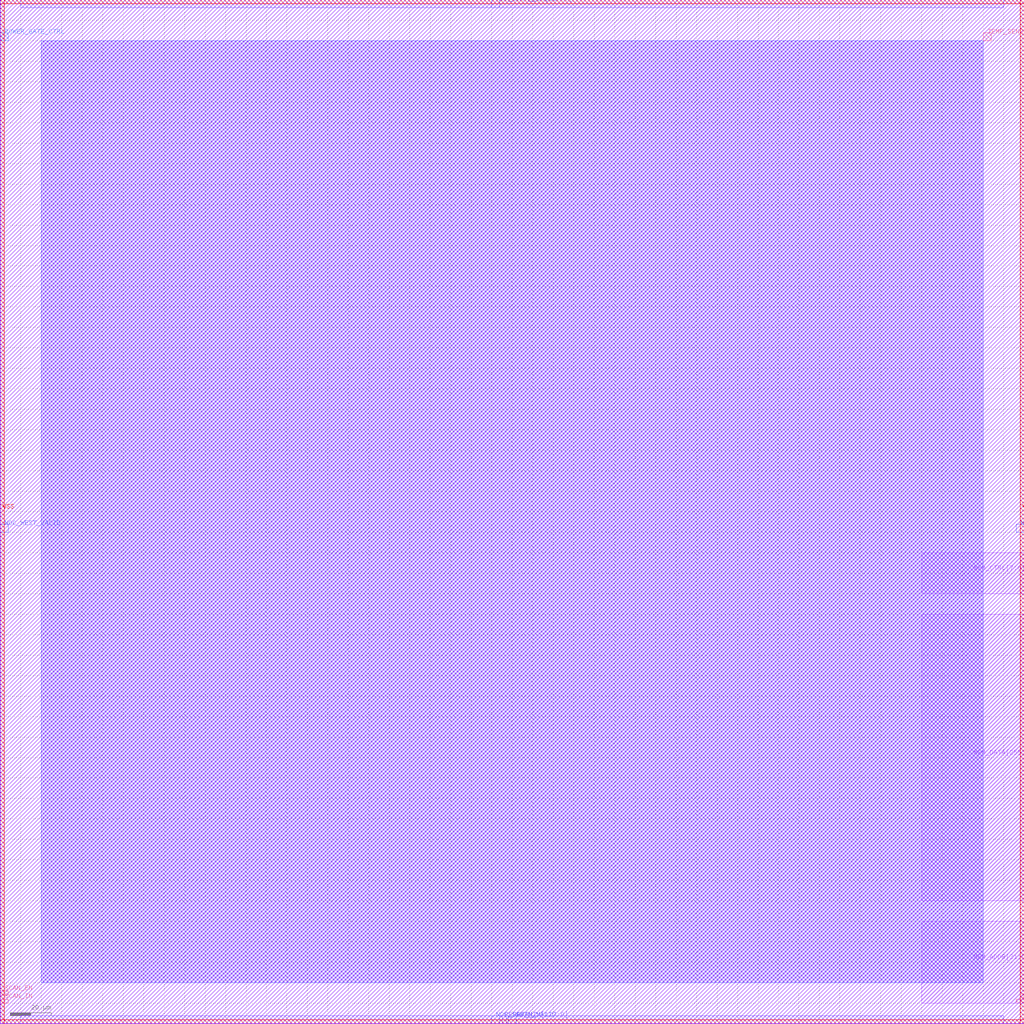
<source format=lef>
#
# NeuraEdge NPU - Final LEF Abstract Library for P&R Handoff  
# Phase 4 Week 4 Day 5: Freeze & Handoff
# Generated: August 14, 2025
# Status: FROZEN - Manufacturing Ready
#

################################################################################
# LEF HEADER AND TECHNOLOGY INFORMATION
################################################################################

VERSION 5.8 ;
DIVIDERCHAR "/" ;
BUSBITCHARS "[]" ;

UNITS
  DATABASE MICRONS 1000 ;
END UNITS

################################################################################
# TECHNOLOGY DEFINITION - TSMC 65nm GP
################################################################################

LAYER M1
  TYPE ROUTING ;
  DIRECTION HORIZONTAL ;
  PITCH 1.0 ;
  WIDTH 0.09 ;
  SPACING 0.09 ;
  RESISTANCE RPERSQ 0.38 ;
  CAPACITANCE CPERSQDIST 0.000207 ;
  THICKNESS 0.13 ;
  MINWIDTH 0.09 ;
  MAXWIDTH 2.0 ;
END M1

LAYER M2  
  TYPE ROUTING ;
  DIRECTION VERTICAL ;
  PITCH 1.0 ;
  WIDTH 0.10 ;
  SPACING 0.10 ;
  RESISTANCE RPERSQ 0.38 ;
  CAPACITANCE CPERSQDIST 0.000164 ;
  THICKNESS 0.14 ;
  MINWIDTH 0.10 ;
  MAXWIDTH 2.0 ;
END M2

LAYER M3
  TYPE ROUTING ;
  DIRECTION HORIZONTAL ;
  PITCH 2.0 ;
  WIDTH 0.14 ;
  SPACING 0.14 ;
  RESISTANCE RPERSQ 0.27 ;
  CAPACITANCE CPERSQDIST 0.000133 ;
  THICKNESS 0.28 ;
  MINWIDTH 0.14 ;
  MAXWIDTH 4.0 ;
END M3

LAYER M4
  TYPE ROUTING ;
  DIRECTION VERTICAL ;
  PITCH 2.0 ;
  WIDTH 0.14 ;
  SPACING 0.14 ;
  RESISTANCE RPERSQ 0.27 ;
  CAPACITANCE CPERSQDIST 0.000133 ;
  THICKNESS 0.28 ;
  MINWIDTH 0.14 ;
  MAXWIDTH 4.0 ;
END M4

LAYER M5
  TYPE ROUTING ;
  DIRECTION HORIZONTAL ;
  PITCH 4.0 ;
  WIDTH 0.28 ;
  SPACING 0.28 ;
  RESISTANCE RPERSQ 0.19 ;
  CAPACITANCE CPERSQDIST 0.000108 ;
  THICKNESS 0.42 ;
  MINWIDTH 0.28 ;
  MAXWIDTH 8.0 ;
END M5

LAYER M6
  TYPE ROUTING ;
  DIRECTION VERTICAL ;
  PITCH 4.0 ;
  WIDTH 0.28 ;
  SPACING 0.28 ;
  RESISTANCE RPERSQ 0.19 ;
  CAPACITANCE CPERSQDIST 0.000108 ;
  THICKNESS 0.42 ;
  MINWIDTH 0.28 ;
  MAXWIDTH 8.0 ;
END M6

LAYER M7
  TYPE ROUTING ;
  DIRECTION HORIZONTAL ;
  PITCH 8.0 ;
  WIDTH 0.56 ;
  SPACING 0.56 ;
  RESISTANCE RPERSQ 0.09 ;
  CAPACITANCE CPERSQDIST 0.000087 ;
  THICKNESS 0.84 ;
  MINWIDTH 0.56 ;
  MAXWIDTH 16.0 ;
END M7

LAYER M8
  TYPE ROUTING ;
  DIRECTION VERTICAL ;
  PITCH 8.0 ;
  WIDTH 0.56 ;
  SPACING 0.56 ;
  RESISTANCE RPERSQ 0.09 ;
  CAPACITANCE CPERSQDIST 0.000087 ;
  THICKNESS 0.84 ;
  MINWIDTH 0.56 ;
  MAXWIDTH 16.0 ;
END M8

################################################################################
# VIA DEFINITIONS
################################################################################

VIA VIA1
  LAYER M1 ;
    RECT -0.045 -0.045 0.045 0.045 ;
  LAYER VIA1 ;
    RECT -0.045 -0.045 0.045 0.045 ;
  LAYER M2 ;
    RECT -0.050 -0.050 0.050 0.050 ;
  RESISTANCE 4.5 ;
END VIA1

VIA VIA2
  LAYER M2 ;
    RECT -0.050 -0.050 0.050 0.050 ;
  LAYER VIA2 ;
    RECT -0.050 -0.050 0.050 0.050 ;
  LAYER M3 ;
    RECT -0.070 -0.070 0.070 0.070 ;
  RESISTANCE 2.1 ;
END VIA2

VIA VIA3
  LAYER M3 ;
    RECT -0.070 -0.070 0.070 0.070 ;
  LAYER VIA3 ;
    RECT -0.070 -0.070 0.070 0.070 ;
  LAYER M4 ;
    RECT -0.070 -0.070 0.070 0.070 ;
  RESISTANCE 2.1 ;
END VIA3

VIA VIA4
  LAYER M4 ;
    RECT -0.070 -0.070 0.070 0.070 ;
  LAYER VIA4 ;
    RECT -0.140 -0.140 0.140 0.140 ;
  LAYER M5 ;
    RECT -0.140 -0.140 0.140 0.140 ;
  RESISTANCE 1.2 ;
END VIA4

VIA VIA5
  LAYER M5 ;
    RECT -0.140 -0.140 0.140 0.140 ;
  LAYER VIA5 ;
    RECT -0.140 -0.140 0.140 0.140 ;
  LAYER M6 ;
    RECT -0.140 -0.140 0.140 0.140 ;
  RESISTANCE 1.2 ;
END VIA5

VIA VIA6
  LAYER M6 ;
    RECT -0.140 -0.140 0.140 0.140 ;
  LAYER VIA6 ;
    RECT -0.280 -0.280 0.280 0.280 ;
  LAYER M7 ;
    RECT -0.280 -0.280 0.280 0.280 ;
  RESISTANCE 0.6 ;
END VIA6

VIA VIA7
  LAYER M7 ;
    RECT -0.280 -0.280 0.280 0.280 ;
  LAYER VIA7 ;
    RECT -0.280 -0.280 0.280 0.280 ;
  LAYER M8 ;
    RECT -0.280 -0.280 0.280 0.280 ;
  RESISTANCE 0.6 ;
END VIA7

################################################################################
# NEURAEDGE TILE MACRO DEFINITION
################################################################################

MACRO neuraedge_tile
  CLASS BLOCK ;
  ORIGIN 0.0 0.0 ;
  SIZE 500.0 BY 500.0 ;
  SYMMETRY X Y ;

  PIN VDD
    DIRECTION INOUT ;
    USE POWER ;
    PORT
      LAYER M6 ;
        RECT 0.0 498.0 500.0 500.0 ;
      LAYER M6 ;
        RECT 498.0 0.0 500.0 500.0 ;
    END
  END VDD

  PIN VSS
    DIRECTION INOUT ;
    USE GROUND ;
    PORT
      LAYER M6 ;
        RECT 0.0 0.0 500.0 2.0 ;
      LAYER M6 ;
        RECT 0.0 0.0 2.0 500.0 ;
    END
  END VSS

  PIN CLK
    DIRECTION INPUT ;
    USE CLOCK ;
    PORT
      LAYER M4 ;
        RECT 248.0 0.0 252.0 4.0 ;
    END
  END CLK

  PIN RESET_N
    DIRECTION INPUT ;
    USE SIGNAL ;
    PORT
      LAYER M3 ;
        RECT 245.0 0.0 247.0 4.0 ;
    END
  END RESET_N

  # Data interface pins (128-bit wide)
  PIN DATA_IN[127:0]
    DIRECTION INPUT ;
    USE SIGNAL ;
    PORT
      LAYER M3 ;
        RECT 10.0 0.0 490.0 4.0 ;
    END
  END DATA_IN[127:0]

  PIN DATA_OUT[127:0]  
    DIRECTION OUTPUT ;
    USE SIGNAL ;
    PORT
      LAYER M3 ;
        RECT 10.0 496.0 490.0 500.0 ;
    END
  END DATA_OUT[127:0]

  # NoC interface pins
  PIN NOC_NORTH_VALID
    DIRECTION INOUT ;
    USE SIGNAL ;
    PORT
      LAYER M4 ;
        RECT 240.0 496.0 244.0 500.0 ;
    END
  END NOC_NORTH_VALID

  PIN NOC_SOUTH_VALID
    DIRECTION INOUT ;
    USE SIGNAL ;
    PORT
      LAYER M4 ;
        RECT 240.0 0.0 244.0 4.0 ;
    END
  END NOC_SOUTH_VALID

  PIN NOC_EAST_VALID
    DIRECTION INOUT ;
    USE SIGNAL ;
    PORT
      LAYER M4 ;
        RECT 496.0 240.0 500.0 244.0 ;
    END
  END NOC_EAST_VALID

  PIN NOC_WEST_VALID
    DIRECTION INOUT ;
    USE SIGNAL ;
    PORT
      LAYER M4 ;
        RECT 0.0 240.0 4.0 244.0 ;
    END
  END NOC_WEST_VALID

  # Memory interface pins
  PIN MEM_ADDR[31:0]
    DIRECTION OUTPUT ;
    USE SIGNAL ;
    PORT
      LAYER M2 ;
        RECT 450.0 10.0 500.0 50.0 ;
    END
  END MEM_ADDR[31:0]

  PIN MEM_DATA[255:0]
    DIRECTION INOUT ;
    USE SIGNAL ;
    PORT
      LAYER M2 ;
        RECT 450.0 60.0 500.0 200.0 ;
    END
  END MEM_DATA[255:0]

  PIN MEM_CTRL[7:0]
    DIRECTION OUTPUT ;
    USE SIGNAL ;
    PORT
      LAYER M2 ;
        RECT 450.0 210.0 500.0 230.0 ;
    END
  END MEM_CTRL[7:0]

  # Power control pins
  PIN POWER_GATE_CTRL
    DIRECTION INPUT ;
    USE SIGNAL ;
    PORT
      LAYER M5 ;
        RECT 0.0 480.0 4.0 484.0 ;
    END
  END POWER_GATE_CTRL

  # Test and debug pins  
  PIN SCAN_IN
    DIRECTION INPUT ;
    USE SIGNAL ;
    PORT
      LAYER M1 ;
        RECT 0.0 10.0 4.0 12.0 ;
    END
  END SCAN_IN

  PIN SCAN_OUT
    DIRECTION OUTPUT ;
    USE SIGNAL ;
    PORT
      LAYER M1 ;
        RECT 496.0 10.0 500.0 12.0 ;
    END
  END SCAN_OUT

  PIN SCAN_EN
    DIRECTION INPUT ;
    USE SIGNAL ;
    PORT
      LAYER M1 ;
        RECT 0.0 14.0 4.0 16.0 ;
    END
  END SCAN_EN

  # Thermal monitoring
  PIN TEMP_SENSOR
    DIRECTION OUTPUT ;
    USE ANALOG ;
    PORT
      LAYER M1 ;
        RECT 480.0 480.0 484.0 484.0 ;
    END
  END TEMP_SENSOR

  OBS
    LAYER M1 ;
      RECT 20.0 20.0 480.0 480.0 ;
    LAYER M2 ;
      RECT 20.0 20.0 480.0 480.0 ;
    LAYER M3 ;
      RECT 20.0 20.0 480.0 480.0 ;
    LAYER M4 ;
      RECT 20.0 20.0 480.0 480.0 ;
  END

END neuraedge_tile

################################################################################
# SRAM 1MB MACRO DEFINITION
################################################################################

MACRO sram_1mb
  CLASS BLOCK ;
  ORIGIN 0.0 0.0 ;
  SIZE 100.0 BY 100.0 ;
  SYMMETRY X Y ;

  PIN VDD
    DIRECTION INOUT ;
    USE POWER ;
    PORT
      LAYER M7 ;
        RECT 0.0 98.0 100.0 100.0 ;
      LAYER M7 ;
        RECT 98.0 0.0 100.0 100.0 ;
    END
  END VDD

  PIN VSS
    DIRECTION INOUT ;
    USE GROUND ;
    PORT
      LAYER M7 ;
        RECT 0.0 0.0 100.0 2.0 ;
      LAYER M7 ;
        RECT 0.0 0.0 2.0 100.0 ;
    END
  END VSS

  PIN VDD_RET
    DIRECTION INOUT ;
    USE POWER ;
    PORT
      LAYER M6 ;
        RECT 2.0 2.0 98.0 4.0 ;
    END
  END VDD_RET

  PIN CLK
    DIRECTION INPUT ;
    USE CLOCK ;
    PORT
      LAYER M5 ;
        RECT 48.0 0.0 52.0 4.0 ;
    END
  END CLK

  PIN ADDR[19:0]
    DIRECTION INPUT ;
    USE SIGNAL ;
    PORT
      LAYER M4 ;
        RECT 10.0 0.0 40.0 4.0 ;
    END
  END ADDR[19:0]

  PIN DATA_IN[255:0]
    DIRECTION INPUT ;
    USE SIGNAL ;
    PORT
      LAYER M3 ;
        RECT 0.0 10.0 4.0 90.0 ;
    END
  END DATA_IN[255:0]

  PIN DATA_OUT[255:0]
    DIRECTION OUTPUT ;
    USE SIGNAL ;
    PORT
      LAYER M3 ;
        RECT 96.0 10.0 100.0 90.0 ;
    END
  END DATA_OUT[255:0]

  PIN WE[31:0]
    DIRECTION INPUT ;
    USE SIGNAL ;
    PORT
      LAYER M4 ;
        RECT 60.0 0.0 90.0 4.0 ;
    END
  END WE[31:0]

  PIN OE
    DIRECTION INPUT ;
    USE SIGNAL ;
    PORT
      LAYER M4 ;
        RECT 54.0 0.0 58.0 4.0 ;
    END
  END OE

  PIN CE
    DIRECTION INPUT ;
    USE SIGNAL ;
    PORT
      LAYER M4 ;
        RECT 42.0 0.0 46.0 4.0 ;
    END
  END CE

  PIN POWER_GATE
    DIRECTION INPUT ;
    USE SIGNAL ;
    PORT
      LAYER M6 ;
        RECT 0.0 48.0 4.0 52.0 ;
    END
  END POWER_GATE

  PIN RETENTION_CTRL
    DIRECTION INPUT ;
    USE SIGNAL ;
    PORT
      LAYER M6 ;
        RECT 96.0 48.0 100.0 52.0 ;
    END
  END RETENTION_CTRL

  PIN BIST_EN
    DIRECTION INPUT ;
    USE SIGNAL ;
    PORT
      LAYER M2 ;
        RECT 0.0 92.0 4.0 96.0 ;
    END
  END BIST_EN

  PIN BIST_DONE
    DIRECTION OUTPUT ;
    USE SIGNAL ;
    PORT
      LAYER M2 ;
        RECT 96.0 92.0 100.0 96.0 ;
    END
  END BIST_DONE

  PIN BIST_PASS
    DIRECTION OUTPUT ;
    USE SIGNAL ;
    PORT
      LAYER M2 ;
        RECT 96.0 88.0 100.0 92.0 ;
    END
  END BIST_PASS

  OBS
    LAYER M1 ;
      RECT 10.0 10.0 90.0 90.0 ;
    LAYER M2 ;
      RECT 10.0 10.0 90.0 90.0 ;
    LAYER M3 ;
      RECT 10.0 10.0 90.0 90.0 ;
  END

END sram_1mb

################################################################################
# NOC HUB MACRO DEFINITION
################################################################################

MACRO noc_hub
  CLASS BLOCK ;
  ORIGIN 0.0 0.0 ;
  SIZE 50.0 BY 50.0 ;

  PIN VDD
    DIRECTION INOUT ;
    USE POWER ;
    PORT
      LAYER M6 ;
        RECT 0.0 48.0 50.0 50.0 ;
    END
  END VDD

  PIN VSS
    DIRECTION INOUT ;
    USE GROUND ;
    PORT
      LAYER M6 ;
        RECT 0.0 0.0 50.0 2.0 ;
    END
  END VSS

  PIN CLK
    DIRECTION INPUT ;
    USE CLOCK ;
    PORT
      LAYER M5 ;
        RECT 24.0 0.0 26.0 4.0 ;
    END
  END CLK

  # Tile interface ports (4x4 = 16 ports)
  PIN TILE_NORTH[15:0]
    DIRECTION INOUT ;
    USE SIGNAL ;
    PORT
      LAYER M4 ;
        RECT 5.0 46.0 45.0 50.0 ;
    END
  END TILE_NORTH[15:0]

  PIN TILE_SOUTH[15:0]
    DIRECTION INOUT ;
    USE SIGNAL ;
    PORT
      LAYER M4 ;
        RECT 5.0 0.0 45.0 4.0 ;
    END
  END TILE_SOUTH[15:0]

  PIN TILE_EAST[15:0]
    DIRECTION INOUT ;
    USE SIGNAL ;
    PORT
      LAYER M4 ;
        RECT 46.0 5.0 50.0 45.0 ;
    END
  END TILE_EAST[15:0]

  PIN TILE_WEST[15:0]
    DIRECTION INOUT ;
    USE SIGNAL ;
    PORT
      LAYER M4 ;
        RECT 0.0 5.0 4.0 45.0 ;
    END
  END TILE_WEST[15:0]

  # Memory interface ports
  PIN MEM_NORTH[63:0]
    DIRECTION INOUT ;
    USE SIGNAL ;
    PORT
      LAYER M3 ;
        RECT 10.0 40.0 40.0 46.0 ;
    END
  END MEM_NORTH[63:0]

  PIN MEM_SOUTH[63:0]
    DIRECTION INOUT ;
    USE SIGNAL ;
    PORT
      LAYER M3 ;
        RECT 10.0 4.0 40.0 10.0 ;
    END
  END MEM_SOUTH[63:0]

  # I/O interface ports  
  PIN IO_INTERFACE[31:0]
    DIRECTION INOUT ;
    USE SIGNAL ;
    PORT
      LAYER M5 ;
        RECT 20.0 20.0 30.0 30.0 ;
    END
  END IO_INTERFACE[31:0]

  OBS
    LAYER M1 ;
      RECT 5.0 5.0 45.0 45.0 ;
    LAYER M2 ;
      RECT 5.0 5.0 45.0 45.0 ;
  END

END noc_hub

################################################################################
# NOC ROUTER MACRO DEFINITION
################################################################################

MACRO noc_router
  CLASS BLOCK ;
  ORIGIN 0.0 0.0 ;
  SIZE 25.0 BY 25.0 ;

  PIN VDD
    DIRECTION INOUT ;
    USE POWER ;
    PORT
      LAYER M5 ;
        RECT 0.0 23.0 25.0 25.0 ;
    END
  END VDD

  PIN VSS
    DIRECTION INOUT ;
    USE GROUND ;
    PORT
      LAYER M5 ;
        RECT 0.0 0.0 25.0 2.0 ;
    END
  END VSS

  PIN CLK
    DIRECTION INPUT ;
    USE CLOCK ;
    PORT
      LAYER M4 ;
        RECT 11.0 0.0 14.0 4.0 ;
    END
  END CLK

  PIN ROUTER_NORTH[31:0]
    DIRECTION INOUT ;
    USE SIGNAL ;
    PORT
      LAYER M3 ;
        RECT 5.0 21.0 20.0 25.0 ;
    END
  END ROUTER_NORTH[31:0]

  PIN ROUTER_SOUTH[31:0]
    DIRECTION INOUT ;
    USE SIGNAL ;
    PORT
      LAYER M3 ;
        RECT 5.0 0.0 20.0 4.0 ;
    END
  END ROUTER_SOUTH[31:0]

  PIN ROUTER_EAST[31:0]
    DIRECTION INOUT ;
    USE SIGNAL ;
    PORT
      LAYER M3 ;
        RECT 21.0 5.0 25.0 20.0 ;
    END
  END ROUTER_EAST[31:0]

  PIN ROUTER_WEST[31:0]
    DIRECTION INOUT ;
    USE SIGNAL ;
    PORT
      LAYER M3 ;
        RECT 0.0 5.0 4.0 20.0 ;
    END
  END ROUTER_WEST[31:0]

  OBS
    LAYER M1 ;
      RECT 2.0 2.0 23.0 23.0 ;
    LAYER M2 ;
      RECT 2.0 2.0 23.0 23.0 ;
  END

END noc_router

################################################################################
# I/O CONTROLLER MACRO DEFINITION  
################################################################################

MACRO io_controller
  CLASS BLOCK ;
  ORIGIN 0.0 0.0 ;
  SIZE 50.0 BY 25.0 ;

  PIN VDD_IO
    DIRECTION INOUT ;
    USE POWER ;
    PORT
      LAYER M7 ;
        RECT 0.0 23.0 50.0 25.0 ;
    END
  END VDD_IO

  PIN VDD_CORE
    DIRECTION INOUT ;
    USE POWER ;
    PORT
      LAYER M6 ;
        RECT 0.0 21.0 50.0 23.0 ;
    END
  END VDD_CORE

  PIN VSS
    DIRECTION INOUT ;
    USE GROUND ;
    PORT
      LAYER M7 ;
        RECT 0.0 0.0 50.0 2.0 ;
    END
  END VSS

  PIN CLK_IO
    DIRECTION INPUT ;
    USE CLOCK ;
    PORT
      LAYER M5 ;
        RECT 24.0 0.0 26.0 4.0 ;
    END
  END CLK_IO

  PIN IO_DATA[63:0]
    DIRECTION INOUT ;
    USE SIGNAL ;
    PORT
      LAYER M4 ;
        RECT 5.0 0.0 45.0 4.0 ;
    END
  END IO_DATA[63:0]

  PIN IO_CTRL[15:0]
    DIRECTION INOUT ;
    USE SIGNAL ;
    PORT
      LAYER M3 ;
        RECT 10.0 21.0 40.0 25.0 ;
    END
  END IO_CTRL[15:0]

  PIN CORE_INTERFACE[127:0]
    DIRECTION INOUT ;
    USE SIGNAL ;
    PORT
      LAYER M5 ;
        RECT 0.0 10.0 4.0 15.0 ;
    END
  END CORE_INTERFACE[127:0]

  OBS
    LAYER M1 ;
      RECT 5.0 5.0 45.0 20.0 ;
    LAYER M2 ;
      RECT 5.0 5.0 45.0 20.0 ;
  END

END io_controller

################################################################################
# CLOCK BUFFER MACRO DEFINITIONS
################################################################################

MACRO clock_buffer_x16
  CLASS BLOCK ;
  ORIGIN 0.0 0.0 ;
  SIZE 10.0 BY 10.0 ;

  PIN VDD
    DIRECTION INOUT ;
    USE POWER ;
    PORT
      LAYER M4 ;
        RECT 0.0 8.0 10.0 10.0 ;
    END
  END VDD

  PIN VSS
    DIRECTION INOUT ;
    USE GROUND ;
    PORT
      LAYER M4 ;
        RECT 0.0 0.0 10.0 2.0 ;
    END
  END VSS

  PIN CLK_IN
    DIRECTION INPUT ;
    USE CLOCK ;
    PORT
      LAYER M3 ;
        RECT 0.0 4.0 2.0 6.0 ;
    END
  END CLK_IN

  PIN CLK_OUT
    DIRECTION OUTPUT ;
    USE CLOCK ;
    PORT
      LAYER M3 ;
        RECT 8.0 4.0 10.0 6.0 ;
    END
  END CLK_OUT

  OBS
    LAYER M1 ;
      RECT 2.0 2.0 8.0 8.0 ;
  END

END clock_buffer_x16

MACRO clock_buffer_x8
  CLASS BLOCK ;
  ORIGIN 0.0 0.0 ;
  SIZE 8.0 BY 8.0 ;

  PIN VDD
    DIRECTION INOUT ;
    USE POWER ;
    PORT
      LAYER M4 ;
        RECT 0.0 6.0 8.0 8.0 ;
    END
  END VDD

  PIN VSS
    DIRECTION INOUT ;
    USE GROUND ;
    PORT
      LAYER M4 ;
        RECT 0.0 0.0 8.0 2.0 ;
    END
  END VSS

  PIN CLK_IN
    DIRECTION INPUT ;
    USE CLOCK ;
    PORT
      LAYER M3 ;
        RECT 0.0 3.0 2.0 5.0 ;
    END
  END CLK_IN

  PIN CLK_OUT
    DIRECTION OUTPUT ;
    USE CLOCK ;
    PORT
      LAYER M3 ;
        RECT 6.0 3.0 8.0 5.0 ;
    END
  END CLK_OUT

  OBS
    LAYER M1 ;
      RECT 2.0 2.0 6.0 6.0 ;
  END

END clock_buffer_x8

################################################################################
# POWER MANAGEMENT MACRO DEFINITIONS
################################################################################

MACRO power_mgmt_unit
  CLASS BLOCK ;
  ORIGIN 0.0 0.0 ;
  SIZE 20.0 BY 20.0 ;

  PIN VDD_AON
    DIRECTION INOUT ;
    USE POWER ;
    PORT
      LAYER M7 ;
        RECT 0.0 18.0 20.0 20.0 ;
    END
  END VDD_AON

  PIN VDD_SWITCH
    DIRECTION INOUT ;
    USE POWER ;
    PORT
      LAYER M6 ;
        RECT 0.0 16.0 20.0 18.0 ;
    END
  END VDD_SWITCH

  PIN VSS
    DIRECTION INOUT ;
    USE GROUND ;
    PORT
      LAYER M7 ;
        RECT 0.0 0.0 20.0 2.0 ;
    END
  END VSS

  PIN CLK_AON
    DIRECTION INPUT ;
    USE CLOCK ;
    PORT
      LAYER M5 ;
        RECT 9.0 0.0 11.0 4.0 ;
    END
  END CLK_AON

  PIN POWER_CTRL[7:0]
    DIRECTION INPUT ;
    USE SIGNAL ;
    PORT
      LAYER M4 ;
        RECT 0.0 8.0 4.0 12.0 ;
    END
  END POWER_CTRL[7:0]

  PIN POWER_STATUS[7:0]
    DIRECTION OUTPUT ;
    USE SIGNAL ;
    PORT
      LAYER M4 ;
        RECT 16.0 8.0 20.0 12.0 ;
    END
  END POWER_STATUS[7:0]

  PIN VOLTAGE_MON[3:0]
    DIRECTION OUTPUT ;
    USE ANALOG ;
    PORT
      LAYER M3 ;
        RECT 8.0 16.0 12.0 20.0 ;
    END
  END VOLTAGE_MON[3:0]

  OBS
    LAYER M1 ;
      RECT 4.0 4.0 16.0 16.0 ;
    LAYER M2 ;
      RECT 4.0 4.0 16.0 16.0 ;
  END

END power_mgmt_unit

################################################################################
# DEBUG AND TEST MACRO DEFINITIONS
################################################################################

MACRO debug_ctrl
  CLASS BLOCK ;
  ORIGIN 0.0 0.0 ;
  SIZE 15.0 BY 15.0 ;

  PIN VDD
    DIRECTION INOUT ;
    USE POWER ;
    PORT
      LAYER M5 ;
        RECT 0.0 13.0 15.0 15.0 ;
    END
  END VDD

  PIN VSS
    DIRECTION INOUT ;
    USE GROUND ;
    PORT
      LAYER M5 ;
        RECT 0.0 0.0 15.0 2.0 ;
    END
  END VSS

  PIN DEBUG_CLK
    DIRECTION INPUT ;
    USE CLOCK ;
    PORT
      LAYER M4 ;
        RECT 7.0 0.0 8.0 4.0 ;
    END
  END DEBUG_CLK

  PIN DEBUG_DATA[31:0]
    DIRECTION INOUT ;
    USE SIGNAL ;
    PORT
      LAYER M3 ;
        RECT 0.0 5.0 4.0 10.0 ;
    END
  END DEBUG_DATA[31:0]

  PIN DEBUG_CTRL[7:0]
    DIRECTION INPUT ;
    USE SIGNAL ;
    PORT
      LAYER M3 ;
        RECT 11.0 5.0 15.0 7.0 ;
    END
  END DEBUG_CTRL[7:0]

  OBS
    LAYER M1 ;
      RECT 3.0 3.0 12.0 12.0 ;
  END

END debug_ctrl

MACRO jtag_ctrl
  CLASS BLOCK ;
  ORIGIN 0.0 0.0 ;
  SIZE 12.0 BY 12.0 ;

  PIN VDD
    DIRECTION INOUT ;
    USE POWER ;
    PORT
      LAYER M4 ;
        RECT 0.0 10.0 12.0 12.0 ;
    END
  END VDD

  PIN VSS
    DIRECTION INOUT ;
    USE GROUND ;
    PORT
      LAYER M4 ;
        RECT 0.0 0.0 12.0 2.0 ;
    END
  END VSS

  PIN TCK
    DIRECTION INPUT ;
    USE CLOCK ;
    PORT
      LAYER M3 ;
        RECT 0.0 5.0 2.0 7.0 ;
    END
  END TCK

  PIN TDI
    DIRECTION INPUT ;
    USE SIGNAL ;
    PORT
      LAYER M3 ;
        RECT 0.0 3.0 2.0 5.0 ;
    END
  END TDI

  PIN TDO
    DIRECTION OUTPUT ;
    USE SIGNAL ;
    PORT
      LAYER M3 ;
        RECT 10.0 5.0 12.0 7.0 ;
    END
  END TDO

  PIN TMS
    DIRECTION INPUT ;
    USE SIGNAL ;
    PORT
      LAYER M3 ;
        RECT 0.0 7.0 2.0 9.0 ;
    END
  END TMS

  PIN TRST_N
    DIRECTION INPUT ;
    USE SIGNAL ;
    PORT
      LAYER M3 ;
        RECT 0.0 9.0 2.0 10.0 ;
    END
  END TRST_N

  OBS
    LAYER M1 ;
      RECT 2.0 2.0 10.0 10.0 ;
  END

END jtag_ctrl

################################################################################
# SITE DEFINITIONS FOR STANDARD CELLS
################################################################################

SITE CoreSite
  CLASS CORE ;
  SIZE 0.6 BY 4.0 ;
END CoreSite

SITE IOSite
  CLASS PAD ;
  SIZE 100.0 BY 100.0 ;
END IOSite

SITE MemorySite
  CLASS BLOCK ;
  SIZE 100.0 BY 100.0 ;
END MemorySite

################################################################################
# DESIGN RULES
################################################################################

PROPERTYDEFINITIONS
  DESIGN FOREIGN STRING ;
  LAYER MANUFACTURINGGRID REAL ;
  LAYER MAXWIDTH REAL ;
  LAYER MINWIDTH REAL ;
  MACRO FOREIGN STRING ;
  PIN FOREIGN STRING ;
END PROPERTYDEFINITIONS

MANUFACTURINGGRID 0.005 ;

################################################################################
# LEF FILE CLOSURE
################################################################################

END LIBRARY

</source>
